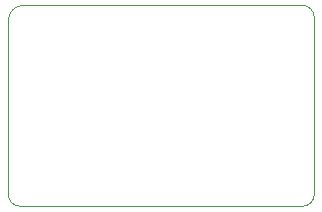
<source format=gbr>
G04 #@! TF.FileFunction,Profile,NP*
%FSLAX46Y46*%
G04 Gerber Fmt 4.6, Leading zero omitted, Abs format (unit mm)*
G04 Created by KiCad (PCBNEW (2015-05-03 BZR 5637)-product) date 2015 September 09, Wednesday 10:45:35*
%MOMM*%
G01*
G04 APERTURE LIST*
%ADD10C,0.100000*%
G04 APERTURE END LIST*
D10*
X119634000Y-99568000D02*
X119634000Y-114300000D01*
X120904000Y-98298000D02*
X144526000Y-98298000D01*
X145542000Y-99314000D02*
X145542000Y-114300000D01*
X120650000Y-115316000D02*
X144526000Y-115316000D01*
X119634000Y-114300000D02*
G75*
G03X120650000Y-115316000I1016000J0D01*
G01*
X144526000Y-115316000D02*
G75*
G03X145542000Y-114300000I0J1016000D01*
G01*
X145542000Y-99314000D02*
G75*
G03X144526000Y-98298000I-1016000J0D01*
G01*
X120904000Y-98298000D02*
G75*
G03X119634000Y-99568000I0J-1270000D01*
G01*
M02*

</source>
